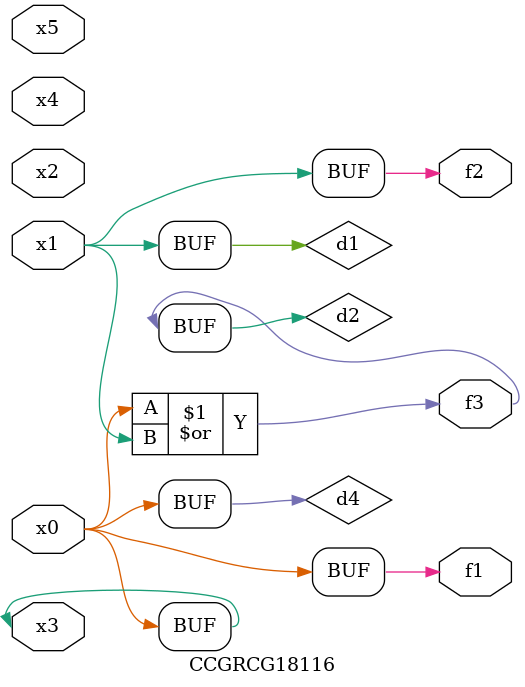
<source format=v>
module CCGRCG18116(
	input x0, x1, x2, x3, x4, x5,
	output f1, f2, f3
);

	wire d1, d2, d3, d4;

	and (d1, x1);
	or (d2, x0, x1);
	nand (d3, x0, x5);
	buf (d4, x0, x3);
	assign f1 = d4;
	assign f2 = d1;
	assign f3 = d2;
endmodule

</source>
